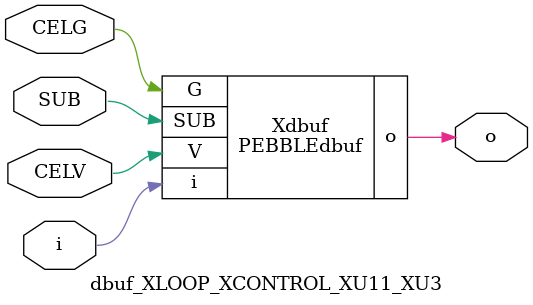
<source format=v>



module PEBBLEdbuf ( o, G, SUB, V, i );

  input V;
  input i;
  input G;
  output o;
  input SUB;
endmodule

//Celera Confidential Do Not Copy dbuf_XLOOP_XCONTROL_XU11_XU3
//Celera Confidential Symbol Generator
//Digital Buffer
module dbuf_XLOOP_XCONTROL_XU11_XU3 (CELV,CELG,i,o,SUB);
input CELV;
input CELG;
input i;
input SUB;
output o;

//Celera Confidential Do Not Copy dbuf
PEBBLEdbuf Xdbuf(
.V (CELV),
.i (i),
.o (o),
.SUB (SUB),
.G (CELG)
);
//,diesize,PEBBLEdbuf

//Celera Confidential Do Not Copy Module End
//Celera Schematic Generator
endmodule

</source>
